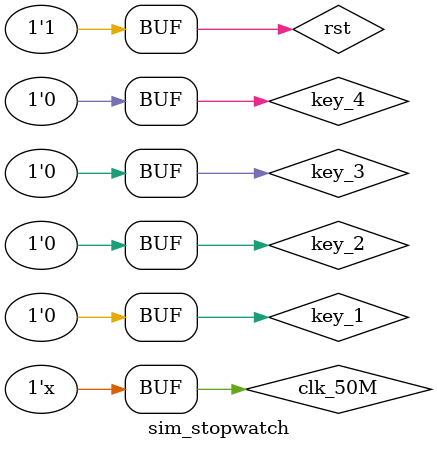
<source format=v>
`timescale 1ns / 1ps
module sim_stopwatch();
    reg clk_50M;
    reg rst;    
    reg key_1;
    reg key_2;
    reg key_3;
    reg key_4;
    wire [7:0] seg_right;
    wire [3:0] dig_right;
    wire [7:0] seg_left;
    wire [3:0] dig_left;
    
    stopwatch uut1(clk_50M,key_1,key_2,key_3,key_4,seg_right,dig_right,seg_left,dig_left); 
    initial begin
    clk_50M=0;
    end
    always #10 clk_50M=~clk_50M; //Ã¿¸ô10ns·´ÏàÒ»´Î£¬¼´50MHZ
    always #50 key_1=1'b1;
    always #80 key_1=1'b0;
    always #20 rst=1'b1;
    always #30 key_2=1'b1;
    always #40 key_2=1'b0;
    always #90 key_3=1'b1;
    always #100 key_3=1'b0;
    always #110 key_4=1'b1;
    always #2000 key_4=1'b0;
endmodule

</source>
